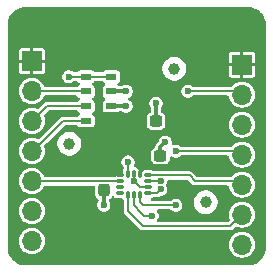
<source format=gbr>
%TF.GenerationSoftware,KiCad,Pcbnew,9.0.1*%
%TF.CreationDate,2025-05-20T23:52:44-04:00*%
%TF.ProjectId,IMU,494d552e-6b69-4636-9164-5f7063625858,rev?*%
%TF.SameCoordinates,Original*%
%TF.FileFunction,Copper,L1,Top*%
%TF.FilePolarity,Positive*%
%FSLAX46Y46*%
G04 Gerber Fmt 4.6, Leading zero omitted, Abs format (unit mm)*
G04 Created by KiCad (PCBNEW 9.0.1) date 2025-05-20 23:52:44*
%MOMM*%
%LPD*%
G01*
G04 APERTURE LIST*
G04 Aperture macros list*
%AMRoundRect*
0 Rectangle with rounded corners*
0 $1 Rounding radius*
0 $2 $3 $4 $5 $6 $7 $8 $9 X,Y pos of 4 corners*
0 Add a 4 corners polygon primitive as box body*
4,1,4,$2,$3,$4,$5,$6,$7,$8,$9,$2,$3,0*
0 Add four circle primitives for the rounded corners*
1,1,$1+$1,$2,$3*
1,1,$1+$1,$4,$5*
1,1,$1+$1,$6,$7*
1,1,$1+$1,$8,$9*
0 Add four rect primitives between the rounded corners*
20,1,$1+$1,$2,$3,$4,$5,0*
20,1,$1+$1,$4,$5,$6,$7,0*
20,1,$1+$1,$6,$7,$8,$9,0*
20,1,$1+$1,$8,$9,$2,$3,0*%
G04 Aperture macros list end*
%TA.AperFunction,SMDPad,CuDef*%
%ADD10RoundRect,0.237500X-0.237500X0.300000X-0.237500X-0.300000X0.237500X-0.300000X0.237500X0.300000X0*%
%TD*%
%TA.AperFunction,SMDPad,CuDef*%
%ADD11C,1.000000*%
%TD*%
%TA.AperFunction,SMDPad,CuDef*%
%ADD12RoundRect,0.087500X0.225000X0.087500X-0.225000X0.087500X-0.225000X-0.087500X0.225000X-0.087500X0*%
%TD*%
%TA.AperFunction,SMDPad,CuDef*%
%ADD13RoundRect,0.087500X0.087500X0.225000X-0.087500X0.225000X-0.087500X-0.225000X0.087500X-0.225000X0*%
%TD*%
%TA.AperFunction,SMDPad,CuDef*%
%ADD14RoundRect,0.237500X-0.300000X-0.237500X0.300000X-0.237500X0.300000X0.237500X-0.300000X0.237500X0*%
%TD*%
%TA.AperFunction,SMDPad,CuDef*%
%ADD15R,0.950000X0.550000*%
%TD*%
%TA.AperFunction,ComponentPad*%
%ADD16R,1.700000X1.700000*%
%TD*%
%TA.AperFunction,ComponentPad*%
%ADD17O,1.700000X1.700000*%
%TD*%
%TA.AperFunction,ViaPad*%
%ADD18C,0.600000*%
%TD*%
%TA.AperFunction,Conductor*%
%ADD19C,0.200000*%
%TD*%
%TA.AperFunction,Conductor*%
%ADD20C,0.355600*%
%TD*%
G04 APERTURE END LIST*
D10*
%TO.P,C2,1*%
%TO.N,+3.3V*%
X130058000Y-100235000D03*
%TO.P,C2,2*%
%TO.N,GNDD*%
X130058000Y-101960000D03*
%TD*%
D11*
%TO.P,FID1,*%
%TO.N,*%
X138694000Y-102976000D03*
%TD*%
%TO.P,FID2,*%
%TO.N,*%
X136027000Y-91673000D03*
%TD*%
D12*
%TO.P,U2,1,SDO/SA0*%
%TO.N,/sensors/imu_miso*%
X133777000Y-102214000D03*
%TO.P,U2,2,SDX*%
%TO.N,GNDD*%
X133777000Y-101714000D03*
%TO.P,U2,3,SCX*%
X133777000Y-101214000D03*
%TO.P,U2,4,INT1*%
%TO.N,/sensors/imu_int1*%
X133777000Y-100714000D03*
D13*
%TO.P,U2,5,VDDIO*%
%TO.N,+3.3V*%
X133114500Y-100551500D03*
%TO.P,U2,6,GND*%
%TO.N,GNDD*%
X132614500Y-100551500D03*
%TO.P,U2,7,GND*%
X132114500Y-100551500D03*
D12*
%TO.P,U2,8,VDD*%
%TO.N,+3.3V*%
X131452000Y-100714000D03*
%TO.P,U2,9,INT2*%
%TO.N,/sensors/imu_int2*%
X131452000Y-101214000D03*
%TO.P,U2,10,NC*%
%TO.N,unconnected-(U2-NC-Pad10)*%
X131452000Y-101714000D03*
%TO.P,U2,11,NC*%
%TO.N,unconnected-(U2-NC-Pad11)*%
X131452000Y-102214000D03*
D13*
%TO.P,U2,12,CS*%
%TO.N,/sensors/imu_cs*%
X132114500Y-102376500D03*
%TO.P,U2,13,SCL*%
%TO.N,/sensors/imu_sclk*%
X132614500Y-102376500D03*
%TO.P,U2,14,SDA*%
%TO.N,/sensors/imu_mosi*%
X133114500Y-102376500D03*
%TD*%
D14*
%TO.P,C3,1*%
%TO.N,+3.3V*%
X133132500Y-99039000D03*
%TO.P,C3,2*%
%TO.N,GNDD*%
X134857500Y-99039000D03*
%TD*%
D11*
%TO.P,FID3,*%
%TO.N,*%
X127137000Y-98023000D03*
%TD*%
D14*
%TO.P,C1,1*%
%TO.N,+3.3V*%
X132751500Y-96118000D03*
%TO.P,C1,2*%
%TO.N,GNDD*%
X134476500Y-96118000D03*
%TD*%
D15*
%TO.P,U1,1,VDD*%
%TO.N,+3.3V*%
X130693000Y-96098000D03*
%TO.P,U1,2,PS*%
%TO.N,GNDD*%
X130693000Y-94848000D03*
%TO.P,U1,3,GND*%
X130693000Y-93598000D03*
%TO.P,U1,4,CSB*%
%TO.N,/sensors/pres_cs*%
X130693000Y-92348000D03*
%TO.P,U1,5,CSB*%
X128543000Y-92348000D03*
%TO.P,U1,6,SDO*%
%TO.N,/sensors/pres_miso*%
X128543000Y-93598000D03*
%TO.P,U1,7,SDI/SDA*%
%TO.N,/sensors/pres_mosi*%
X128543000Y-94848000D03*
%TO.P,U1,8,SCLK*%
%TO.N,/sensors/pres_sclk*%
X128543000Y-96098000D03*
%TD*%
D16*
%TO.P,J2,1,Pin_1*%
%TO.N,+3.3V*%
X123962000Y-91038000D03*
D17*
%TO.P,J2,2,Pin_2*%
%TO.N,/sensors/pres_miso*%
X123962000Y-93578000D03*
%TO.P,J2,3,Pin_3*%
%TO.N,/sensors/pres_mosi*%
X123962000Y-96118000D03*
%TO.P,J2,4,Pin_4*%
%TO.N,/sensors/pres_sclk*%
X123962000Y-98658000D03*
%TO.P,J2,5,Pin_5*%
%TO.N,/sensors/imu_int2*%
X123962000Y-101198000D03*
%TO.P,J2,6,Pin_6*%
%TO.N,/sensors/pres_cs*%
X123962000Y-103738000D03*
%TO.P,J2,7,Pin_7*%
%TO.N,GNDD*%
X123962000Y-106278000D03*
%TD*%
D16*
%TO.P,J1,1,Pin_1*%
%TO.N,+3.3V*%
X141742000Y-91328000D03*
D17*
%TO.P,J1,2,Pin_2*%
%TO.N,/sensors/imu_miso*%
X141742000Y-93868000D03*
%TO.P,J1,3,Pin_3*%
%TO.N,/sensors/imu_mosi*%
X141742000Y-96408000D03*
%TO.P,J1,4,Pin_4*%
%TO.N,/sensors/imu_sclk*%
X141742000Y-98948000D03*
%TO.P,J1,5,Pin_5*%
%TO.N,/sensors/imu_int1*%
X141742000Y-101488000D03*
%TO.P,J1,6,Pin_6*%
%TO.N,/sensors/imu_cs*%
X141742000Y-104028000D03*
%TO.P,J1,7,Pin_7*%
%TO.N,GNDD*%
X141742000Y-106568000D03*
%TD*%
D18*
%TO.N,/sensors/imu_mosi*%
X136154000Y-103230000D03*
%TO.N,GNDD*%
X134884000Y-101198000D03*
%TO.N,/sensors/imu_miso*%
X134884000Y-101874203D03*
%TO.N,GNDD*%
X130058000Y-103230000D03*
X132106500Y-99568000D03*
X131963000Y-94848000D03*
X135265000Y-97896000D03*
X131963000Y-93598000D03*
X134476500Y-94594000D03*
X132614500Y-101219000D03*
%TO.N,/sensors/imu_miso*%
X137170000Y-93578000D03*
%TO.N,/sensors/imu_sclk*%
X136170500Y-98658000D03*
X134138500Y-104140000D03*
%TO.N,/sensors/pres_cs*%
X127097000Y-92348000D03*
%TD*%
D19*
%TO.N,/sensors/imu_mosi*%
X136154000Y-103230000D02*
X133355500Y-103230000D01*
X133355500Y-103230000D02*
X133114500Y-102989000D01*
%TO.N,/sensors/imu_miso*%
X133777000Y-102214000D02*
X134544203Y-102214000D01*
X134544203Y-102214000D02*
X134884000Y-101874203D01*
D20*
%TO.N,GNDD*%
X130058000Y-102021500D02*
X130058000Y-103230000D01*
D19*
%TO.N,+3.3V*%
X130723000Y-96012000D02*
X130693000Y-95982000D01*
X133114500Y-98713500D02*
X133149000Y-98679000D01*
%TO.N,GNDD*%
X132114500Y-100433500D02*
X132114500Y-99576000D01*
X133109500Y-101714000D02*
X132614500Y-101219000D01*
D20*
X130693000Y-93598000D02*
X131914000Y-93598000D01*
D19*
X132114500Y-99576000D02*
X132106500Y-99568000D01*
D20*
X134476500Y-94594000D02*
X134476500Y-96118000D01*
X130693000Y-94848000D02*
X131914000Y-94848000D01*
D19*
X133777000Y-101714000D02*
X133109500Y-101714000D01*
X132614500Y-100433500D02*
X132614500Y-101219000D01*
D20*
X134857500Y-98303500D02*
X135265000Y-97896000D01*
X134857500Y-99039000D02*
X134857500Y-98303500D01*
D19*
%TO.N,/sensors/pres_miso*%
X128543000Y-93598000D02*
X128523000Y-93578000D01*
X123962000Y-93472000D02*
X124216000Y-93472000D01*
X124216000Y-93472000D02*
X124226000Y-93482000D01*
X128523000Y-93578000D02*
X123962000Y-93578000D01*
%TO.N,/sensors/imu_int1*%
X137800500Y-101198000D02*
X137316500Y-100714000D01*
X141752000Y-101198000D02*
X137800500Y-101198000D01*
X137316500Y-100714000D02*
X133777000Y-100714000D01*
%TO.N,/sensors/imu_int2*%
X123966000Y-101096000D02*
X123962000Y-101092000D01*
X123978000Y-101214000D02*
X131452000Y-101214000D01*
X123962000Y-101198000D02*
X123978000Y-101214000D01*
%TO.N,/sensors/imu_miso*%
X137170000Y-93578000D02*
X141752000Y-93578000D01*
%TO.N,/sensors/imu_mosi*%
X133114500Y-102258500D02*
X133114500Y-102989000D01*
%TO.N,/sensors/pres_sclk*%
X124136750Y-98552000D02*
X123962000Y-98552000D01*
X128543000Y-96098000D02*
X126590750Y-96098000D01*
X126590750Y-96098000D02*
X124136750Y-98552000D01*
%TO.N,/sensors/imu_sclk*%
X133503500Y-104140000D02*
X134138500Y-104140000D01*
X132614500Y-103251000D02*
X133249500Y-103886000D01*
X136170500Y-98658000D02*
X141752000Y-98658000D01*
X133249500Y-103886000D02*
X133503500Y-104140000D01*
X132614500Y-102258500D02*
X132614500Y-103251000D01*
%TO.N,/sensors/pres_mosi*%
X125232000Y-94848000D02*
X128543000Y-94848000D01*
X123962000Y-96118000D02*
X125232000Y-94848000D01*
%TO.N,/sensors/imu_cs*%
X132114500Y-103751000D02*
X133371500Y-105008000D01*
X132114500Y-102258500D02*
X132114500Y-103751000D01*
X140762000Y-105008000D02*
X141742000Y-104028000D01*
X132106500Y-103759000D02*
X132114500Y-103751000D01*
X133371500Y-105008000D02*
X140762000Y-105008000D01*
%TO.N,/sensors/pres_cs*%
X130693000Y-92348000D02*
X128898000Y-92348000D01*
X128543000Y-92348000D02*
X127097000Y-92348000D01*
%TO.N,GNDD*%
X134392000Y-101214000D02*
X133777000Y-101214000D01*
X134408000Y-101198000D02*
X134392000Y-101214000D01*
X134884000Y-101198000D02*
X134408000Y-101198000D01*
%TD*%
%TA.AperFunction,Conductor*%
%TO.N,+3.3V*%
G36*
X142286495Y-86458819D02*
G01*
X142486424Y-86473120D01*
X142504216Y-86475679D01*
X142555777Y-86486895D01*
X142695663Y-86517326D01*
X142712902Y-86522388D01*
X142896475Y-86590858D01*
X142912828Y-86598326D01*
X143084786Y-86692223D01*
X143099909Y-86701942D01*
X143256751Y-86819353D01*
X143270338Y-86831126D01*
X143408878Y-86969667D01*
X143420650Y-86983253D01*
X143538059Y-87140094D01*
X143547778Y-87155217D01*
X143641675Y-87327176D01*
X143649142Y-87343524D01*
X143717611Y-87527097D01*
X143722676Y-87544346D01*
X143764323Y-87735796D01*
X143766881Y-87753590D01*
X143776785Y-87892069D01*
X143781190Y-87953647D01*
X143781511Y-87962636D01*
X143781511Y-106813499D01*
X143781190Y-106822487D01*
X143781190Y-106822488D01*
X143766891Y-107022411D01*
X143764333Y-107040205D01*
X143722686Y-107231653D01*
X143717621Y-107248903D01*
X143649152Y-107432475D01*
X143641684Y-107448827D01*
X143547788Y-107620786D01*
X143538070Y-107635907D01*
X143538068Y-107635910D01*
X143420658Y-107792752D01*
X143408886Y-107806338D01*
X143270345Y-107944880D01*
X143256758Y-107956653D01*
X143099914Y-108074065D01*
X143084791Y-108083784D01*
X142912838Y-108177679D01*
X142896485Y-108185148D01*
X142712906Y-108253620D01*
X142695657Y-108258684D01*
X142504218Y-108300330D01*
X142486424Y-108302889D01*
X142307165Y-108315711D01*
X142286648Y-108317179D01*
X142277661Y-108317500D01*
X123426501Y-108317500D01*
X123417512Y-108317179D01*
X123217590Y-108302880D01*
X123199796Y-108300322D01*
X123008348Y-108258675D01*
X122991098Y-108253610D01*
X122807526Y-108185141D01*
X122791174Y-108177673D01*
X122619216Y-108083777D01*
X122604092Y-108074057D01*
X122447247Y-107956644D01*
X122433661Y-107944871D01*
X122295128Y-107806338D01*
X122283355Y-107792752D01*
X122165942Y-107635907D01*
X122156222Y-107620783D01*
X122062326Y-107448825D01*
X122054858Y-107432473D01*
X122046649Y-107410465D01*
X121986388Y-107248899D01*
X121981324Y-107231651D01*
X121957137Y-107120463D01*
X121939675Y-107040193D01*
X121937120Y-107022419D01*
X121922821Y-106822487D01*
X121922500Y-106813499D01*
X121922500Y-106191074D01*
X122857500Y-106191074D01*
X122857500Y-106364926D01*
X122875897Y-106481077D01*
X122884698Y-106536642D01*
X122923129Y-106654922D01*
X122938420Y-106701981D01*
X123001936Y-106826638D01*
X123017349Y-106856887D01*
X123119536Y-106997535D01*
X123242464Y-107120463D01*
X123334859Y-107187592D01*
X123383116Y-107222653D01*
X123538019Y-107301580D01*
X123703362Y-107355303D01*
X123875074Y-107382500D01*
X123875077Y-107382500D01*
X124048923Y-107382500D01*
X124048926Y-107382500D01*
X124220638Y-107355303D01*
X124385981Y-107301580D01*
X124540884Y-107222653D01*
X124681533Y-107120465D01*
X124804465Y-106997533D01*
X124906653Y-106856884D01*
X124985580Y-106701981D01*
X125039303Y-106536638D01*
X125048104Y-106481074D01*
X140637500Y-106481074D01*
X140637500Y-106654926D01*
X140664697Y-106826638D01*
X140718420Y-106991981D01*
X140783885Y-107120463D01*
X140797349Y-107146887D01*
X140899536Y-107287535D01*
X141022464Y-107410463D01*
X141064380Y-107440917D01*
X141163116Y-107512653D01*
X141318019Y-107591580D01*
X141483362Y-107645303D01*
X141655074Y-107672500D01*
X141655077Y-107672500D01*
X141828923Y-107672500D01*
X141828926Y-107672500D01*
X142000638Y-107645303D01*
X142165981Y-107591580D01*
X142320884Y-107512653D01*
X142461533Y-107410465D01*
X142584465Y-107287533D01*
X142686653Y-107146884D01*
X142765580Y-106991981D01*
X142819303Y-106826638D01*
X142846500Y-106654926D01*
X142846500Y-106481074D01*
X142819303Y-106309362D01*
X142765580Y-106144019D01*
X142686653Y-105989116D01*
X142588499Y-105854019D01*
X142584463Y-105848464D01*
X142461535Y-105725536D01*
X142320887Y-105623349D01*
X142320886Y-105623348D01*
X142320884Y-105623347D01*
X142165981Y-105544420D01*
X142165978Y-105544419D01*
X142165976Y-105544418D01*
X142000642Y-105490698D01*
X142000640Y-105490697D01*
X142000638Y-105490697D01*
X141828926Y-105463500D01*
X141655074Y-105463500D01*
X141483362Y-105490697D01*
X141483360Y-105490697D01*
X141483357Y-105490698D01*
X141318023Y-105544418D01*
X141318017Y-105544421D01*
X141163112Y-105623349D01*
X141022464Y-105725536D01*
X140899536Y-105848464D01*
X140797349Y-105989112D01*
X140718421Y-106144017D01*
X140718418Y-106144023D01*
X140664698Y-106309357D01*
X140664697Y-106309360D01*
X140664697Y-106309362D01*
X140637500Y-106481074D01*
X125048104Y-106481074D01*
X125066500Y-106364926D01*
X125066500Y-106191074D01*
X125039303Y-106019362D01*
X124985580Y-105854019D01*
X124906653Y-105699116D01*
X124804465Y-105558467D01*
X124804463Y-105558464D01*
X124681535Y-105435536D01*
X124540887Y-105333349D01*
X124540886Y-105333348D01*
X124540884Y-105333347D01*
X124385981Y-105254420D01*
X124385978Y-105254419D01*
X124385976Y-105254418D01*
X124220642Y-105200698D01*
X124220640Y-105200697D01*
X124220638Y-105200697D01*
X124048926Y-105173500D01*
X123875074Y-105173500D01*
X123703362Y-105200697D01*
X123703360Y-105200697D01*
X123703357Y-105200698D01*
X123538023Y-105254418D01*
X123538017Y-105254421D01*
X123383112Y-105333349D01*
X123242464Y-105435536D01*
X123119536Y-105558464D01*
X123017349Y-105699112D01*
X122938421Y-105854017D01*
X122938418Y-105854023D01*
X122884698Y-106019357D01*
X122884697Y-106019360D01*
X122884697Y-106019362D01*
X122857500Y-106191074D01*
X121922500Y-106191074D01*
X121922500Y-103651074D01*
X122857500Y-103651074D01*
X122857500Y-103824926D01*
X122881534Y-103976668D01*
X122884698Y-103996642D01*
X122923129Y-104114922D01*
X122938420Y-104161981D01*
X122938421Y-104161982D01*
X123017349Y-104316887D01*
X123119536Y-104457535D01*
X123242464Y-104580463D01*
X123292193Y-104616593D01*
X123383116Y-104682653D01*
X123538019Y-104761580D01*
X123703362Y-104815303D01*
X123875074Y-104842500D01*
X123875077Y-104842500D01*
X124048923Y-104842500D01*
X124048926Y-104842500D01*
X124220638Y-104815303D01*
X124385981Y-104761580D01*
X124540884Y-104682653D01*
X124681533Y-104580465D01*
X124804465Y-104457533D01*
X124906653Y-104316884D01*
X124985580Y-104161981D01*
X125039303Y-103996638D01*
X125066500Y-103824926D01*
X125066500Y-103651074D01*
X125039303Y-103479362D01*
X124985580Y-103314019D01*
X124906653Y-103159116D01*
X124804465Y-103018467D01*
X124804463Y-103018464D01*
X124681535Y-102895536D01*
X124540887Y-102793349D01*
X124540886Y-102793348D01*
X124540884Y-102793347D01*
X124385981Y-102714420D01*
X124385978Y-102714419D01*
X124385976Y-102714418D01*
X124220642Y-102660698D01*
X124220640Y-102660697D01*
X124220638Y-102660697D01*
X124048926Y-102633500D01*
X123875074Y-102633500D01*
X123703362Y-102660697D01*
X123703360Y-102660697D01*
X123703357Y-102660698D01*
X123538023Y-102714418D01*
X123538017Y-102714421D01*
X123383112Y-102793349D01*
X123242464Y-102895536D01*
X123119536Y-103018464D01*
X123017349Y-103159112D01*
X122938421Y-103314017D01*
X122938418Y-103314023D01*
X122884698Y-103479357D01*
X122884697Y-103479360D01*
X122884697Y-103479362D01*
X122857500Y-103651074D01*
X121922500Y-103651074D01*
X121922500Y-101111074D01*
X122857500Y-101111074D01*
X122857500Y-101284926D01*
X122878208Y-101415668D01*
X122884698Y-101456642D01*
X122935483Y-101612944D01*
X122938420Y-101621981D01*
X123015623Y-101773500D01*
X123017349Y-101776887D01*
X123119536Y-101917535D01*
X123242464Y-102040463D01*
X123305724Y-102086424D01*
X123383116Y-102142653D01*
X123538019Y-102221580D01*
X123703362Y-102275303D01*
X123875074Y-102302500D01*
X123875077Y-102302500D01*
X124048923Y-102302500D01*
X124048926Y-102302500D01*
X124220638Y-102275303D01*
X124385981Y-102221580D01*
X124540884Y-102142653D01*
X124681533Y-102040465D01*
X124804465Y-101917533D01*
X124906653Y-101776884D01*
X124977776Y-101637296D01*
X125026525Y-101585682D01*
X125090043Y-101568500D01*
X129202500Y-101568500D01*
X129270621Y-101588502D01*
X129317114Y-101642158D01*
X129328500Y-101694500D01*
X129328500Y-102307048D01*
X129328502Y-102307072D01*
X129334798Y-102365651D01*
X129334799Y-102365656D01*
X129334800Y-102365657D01*
X129384242Y-102498215D01*
X129384243Y-102498216D01*
X129384244Y-102498219D01*
X129454822Y-102592500D01*
X129469026Y-102611474D01*
X129566129Y-102684164D01*
X129575208Y-102690960D01*
X129577990Y-102694677D01*
X129582212Y-102696605D01*
X129599067Y-102722833D01*
X129617755Y-102747796D01*
X129618787Y-102753516D01*
X129620596Y-102756331D01*
X129625700Y-102791829D01*
X129625700Y-102836002D01*
X129608819Y-102899002D01*
X129541289Y-103015966D01*
X129523235Y-103083347D01*
X129503500Y-103156999D01*
X129503500Y-103303001D01*
X129536824Y-103427372D01*
X129541289Y-103444033D01*
X129614286Y-103570467D01*
X129614294Y-103570477D01*
X129717522Y-103673705D01*
X129717527Y-103673709D01*
X129717529Y-103673711D01*
X129717530Y-103673712D01*
X129717532Y-103673713D01*
X129843966Y-103746710D01*
X129843968Y-103746710D01*
X129843971Y-103746712D01*
X129984999Y-103784500D01*
X129985001Y-103784500D01*
X130130999Y-103784500D01*
X130131001Y-103784500D01*
X130272029Y-103746712D01*
X130272032Y-103746710D01*
X130272033Y-103746710D01*
X130355549Y-103698492D01*
X130398471Y-103673711D01*
X130501711Y-103570471D01*
X130554313Y-103479362D01*
X130574710Y-103444033D01*
X130574710Y-103444032D01*
X130574712Y-103444029D01*
X130612500Y-103303001D01*
X130612500Y-103156999D01*
X130574712Y-103015971D01*
X130574710Y-103015968D01*
X130574710Y-103015966D01*
X130507181Y-102899002D01*
X130502963Y-102883262D01*
X130495404Y-102871500D01*
X130490300Y-102836002D01*
X130490300Y-102791829D01*
X130510302Y-102723708D01*
X130540792Y-102690960D01*
X130549869Y-102684165D01*
X130646974Y-102611474D01*
X130731758Y-102498215D01*
X130731758Y-102498213D01*
X130735489Y-102493230D01*
X130792325Y-102450683D01*
X130863140Y-102445617D01*
X130925453Y-102479642D01*
X130939568Y-102496463D01*
X130942528Y-102500690D01*
X131027809Y-102585971D01*
X131027810Y-102585971D01*
X131027811Y-102585972D01*
X131137118Y-102636943D01*
X131186924Y-102643500D01*
X131588958Y-102643500D01*
X131605699Y-102648415D01*
X131623146Y-102648227D01*
X131639055Y-102658209D01*
X131657079Y-102663502D01*
X131668784Y-102676863D01*
X131683284Y-102685962D01*
X131702752Y-102715639D01*
X131702999Y-102715921D01*
X131703104Y-102716146D01*
X131742528Y-102800689D01*
X131743089Y-102801250D01*
X131748041Y-102811790D01*
X131751879Y-102836580D01*
X131759900Y-102860349D01*
X131760000Y-102865369D01*
X131760000Y-103665883D01*
X131755707Y-103698492D01*
X131752000Y-103712325D01*
X131752000Y-103805674D01*
X131776159Y-103895833D01*
X131822826Y-103976664D01*
X131822834Y-103976674D01*
X131888827Y-104042667D01*
X131888830Y-104042669D01*
X131888832Y-104042671D01*
X131898921Y-104048495D01*
X131912322Y-104056233D01*
X131938419Y-104076258D01*
X133083418Y-105221256D01*
X133083439Y-105221279D01*
X133153825Y-105291665D01*
X133153830Y-105291669D01*
X133153832Y-105291671D01*
X133234668Y-105338341D01*
X133324829Y-105362500D01*
X140808671Y-105362500D01*
X140898832Y-105338341D01*
X140979668Y-105291671D01*
X141189259Y-105082078D01*
X141251569Y-105048055D01*
X141317290Y-105051342D01*
X141318012Y-105051576D01*
X141318019Y-105051580D01*
X141483362Y-105105303D01*
X141655074Y-105132500D01*
X141655077Y-105132500D01*
X141828923Y-105132500D01*
X141828926Y-105132500D01*
X142000638Y-105105303D01*
X142165981Y-105051580D01*
X142320884Y-104972653D01*
X142461533Y-104870465D01*
X142584465Y-104747533D01*
X142686653Y-104606884D01*
X142765580Y-104451981D01*
X142819303Y-104286638D01*
X142846500Y-104114926D01*
X142846500Y-103941074D01*
X142819303Y-103769362D01*
X142765580Y-103604019D01*
X142686653Y-103449116D01*
X142588499Y-103314019D01*
X142584463Y-103308464D01*
X142461535Y-103185536D01*
X142320887Y-103083349D01*
X142320886Y-103083348D01*
X142320884Y-103083347D01*
X142165981Y-103004420D01*
X142165978Y-103004419D01*
X142165976Y-103004418D01*
X142000642Y-102950698D01*
X142000640Y-102950697D01*
X142000638Y-102950697D01*
X141828926Y-102923500D01*
X141655074Y-102923500D01*
X141483362Y-102950697D01*
X141483360Y-102950697D01*
X141483357Y-102950698D01*
X141318023Y-103004418D01*
X141318017Y-103004421D01*
X141163112Y-103083349D01*
X141022464Y-103185536D01*
X140899536Y-103308464D01*
X140797349Y-103449112D01*
X140718421Y-103604017D01*
X140718418Y-103604023D01*
X140664698Y-103769357D01*
X140664697Y-103769360D01*
X140664697Y-103769362D01*
X140637500Y-103941074D01*
X140637500Y-104114926D01*
X140653034Y-104212999D01*
X140664698Y-104286642D01*
X140718656Y-104452709D01*
X140719097Y-104468164D01*
X140724502Y-104482653D01*
X140720090Y-104502934D01*
X140720683Y-104523677D01*
X140712465Y-104537989D01*
X140709412Y-104552027D01*
X140687921Y-104580738D01*
X140652068Y-104616593D01*
X140589757Y-104650620D01*
X140562970Y-104653500D01*
X134700551Y-104653500D01*
X134632430Y-104633498D01*
X134585937Y-104579842D01*
X134575833Y-104509568D01*
X134591432Y-104464500D01*
X134655210Y-104354033D01*
X134655210Y-104354032D01*
X134655212Y-104354029D01*
X134693000Y-104213001D01*
X134693000Y-104066999D01*
X134655212Y-103925971D01*
X134655210Y-103925968D01*
X134655210Y-103925966D01*
X134582213Y-103799532D01*
X134577183Y-103792977D01*
X134578226Y-103792176D01*
X134548252Y-103737283D01*
X134553317Y-103666468D01*
X134595864Y-103609632D01*
X134662384Y-103584821D01*
X134671373Y-103584500D01*
X135672128Y-103584500D01*
X135740249Y-103604502D01*
X135761218Y-103621400D01*
X135813529Y-103673711D01*
X135813530Y-103673712D01*
X135813532Y-103673713D01*
X135939966Y-103746710D01*
X135939968Y-103746710D01*
X135939971Y-103746712D01*
X136080999Y-103784500D01*
X136081001Y-103784500D01*
X136226999Y-103784500D01*
X136227001Y-103784500D01*
X136368029Y-103746712D01*
X136368032Y-103746710D01*
X136368033Y-103746710D01*
X136451549Y-103698492D01*
X136494471Y-103673711D01*
X136597711Y-103570471D01*
X136650313Y-103479362D01*
X136670710Y-103444033D01*
X136670710Y-103444032D01*
X136670712Y-103444029D01*
X136708500Y-103303001D01*
X136708500Y-103156999D01*
X136670712Y-103015971D01*
X136670710Y-103015968D01*
X136670710Y-103015966D01*
X136623542Y-102934269D01*
X136597713Y-102889532D01*
X136597705Y-102889522D01*
X136585638Y-102877455D01*
X137693500Y-102877455D01*
X137693500Y-103074544D01*
X137731949Y-103267835D01*
X137731950Y-103267838D01*
X137804930Y-103444029D01*
X137807368Y-103449914D01*
X137916861Y-103613782D01*
X138056218Y-103753139D01*
X138220086Y-103862632D01*
X138402165Y-103938051D01*
X138595459Y-103976500D01*
X138792541Y-103976500D01*
X138985835Y-103938051D01*
X139167914Y-103862632D01*
X139331782Y-103753139D01*
X139471139Y-103613782D01*
X139580632Y-103449914D01*
X139656051Y-103267835D01*
X139694500Y-103074541D01*
X139694500Y-102877459D01*
X139656051Y-102684165D01*
X139580632Y-102502086D01*
X139471139Y-102338218D01*
X139331782Y-102198861D01*
X139167914Y-102089368D01*
X139165171Y-102088232D01*
X138985838Y-102013950D01*
X138985835Y-102013949D01*
X138792544Y-101975500D01*
X138792541Y-101975500D01*
X138595459Y-101975500D01*
X138595455Y-101975500D01*
X138402164Y-102013949D01*
X138402161Y-102013950D01*
X138220085Y-102089368D01*
X138056222Y-102198858D01*
X138056215Y-102198863D01*
X137916863Y-102338215D01*
X137916858Y-102338222D01*
X137807368Y-102502085D01*
X137731950Y-102684161D01*
X137731949Y-102684164D01*
X137693500Y-102877455D01*
X136585638Y-102877455D01*
X136494477Y-102786294D01*
X136494467Y-102786286D01*
X136368033Y-102713289D01*
X136351372Y-102708824D01*
X136227001Y-102675500D01*
X136080999Y-102675500D01*
X135994686Y-102698627D01*
X135939966Y-102713289D01*
X135813532Y-102786286D01*
X135813527Y-102786290D01*
X135799129Y-102800689D01*
X135761221Y-102838596D01*
X135698912Y-102872620D01*
X135672128Y-102875500D01*
X134148644Y-102875500D01*
X134140442Y-102873091D01*
X134131997Y-102874395D01*
X134106891Y-102863240D01*
X134080523Y-102855498D01*
X134074925Y-102849037D01*
X134067116Y-102845568D01*
X134052026Y-102822611D01*
X134034030Y-102801842D01*
X134032813Y-102793380D01*
X134028120Y-102786240D01*
X134027837Y-102758770D01*
X134023926Y-102731568D01*
X134027476Y-102723792D01*
X134027389Y-102715248D01*
X134042005Y-102691981D01*
X134053420Y-102666988D01*
X134061590Y-102660805D01*
X134065156Y-102655130D01*
X134094626Y-102635808D01*
X134095125Y-102635431D01*
X134095210Y-102635390D01*
X134201189Y-102585972D01*
X134201761Y-102585399D01*
X134212351Y-102580431D01*
X134237129Y-102576607D01*
X134260891Y-102568598D01*
X134265870Y-102568500D01*
X134590874Y-102568500D01*
X134681035Y-102544341D01*
X134761871Y-102497671D01*
X134793934Y-102465607D01*
X134856244Y-102431583D01*
X134883029Y-102428703D01*
X134956999Y-102428703D01*
X134957001Y-102428703D01*
X135098029Y-102390915D01*
X135098032Y-102390913D01*
X135098033Y-102390913D01*
X135202735Y-102330463D01*
X135224471Y-102317914D01*
X135327711Y-102214674D01*
X135400712Y-102088232D01*
X135438500Y-101947204D01*
X135438500Y-101801202D01*
X135400712Y-101660174D01*
X135400710Y-101660171D01*
X135400710Y-101660169D01*
X135365452Y-101599100D01*
X135348714Y-101530104D01*
X135365450Y-101473103D01*
X135400712Y-101412029D01*
X135438500Y-101271001D01*
X135438500Y-101194500D01*
X135458502Y-101126379D01*
X135512158Y-101079886D01*
X135564500Y-101068500D01*
X137117470Y-101068500D01*
X137185591Y-101088502D01*
X137206565Y-101105404D01*
X137512423Y-101411261D01*
X137512444Y-101411284D01*
X137582825Y-101481665D01*
X137582830Y-101481669D01*
X137582832Y-101481671D01*
X137663668Y-101528341D01*
X137753829Y-101552500D01*
X140526334Y-101552500D01*
X140594455Y-101572502D01*
X140640948Y-101626158D01*
X140650782Y-101658785D01*
X140664697Y-101746638D01*
X140664698Y-101746643D01*
X140711727Y-101891382D01*
X140718420Y-101911981D01*
X140770376Y-102013950D01*
X140797349Y-102066887D01*
X140899536Y-102207535D01*
X141022464Y-102330463D01*
X141037760Y-102341576D01*
X141163116Y-102432653D01*
X141318019Y-102511580D01*
X141483362Y-102565303D01*
X141655074Y-102592500D01*
X141655077Y-102592500D01*
X141828923Y-102592500D01*
X141828926Y-102592500D01*
X142000638Y-102565303D01*
X142165981Y-102511580D01*
X142320884Y-102432653D01*
X142461533Y-102330465D01*
X142584465Y-102207533D01*
X142686653Y-102066884D01*
X142765580Y-101911981D01*
X142819303Y-101746638D01*
X142846500Y-101574926D01*
X142846500Y-101401074D01*
X142819303Y-101229362D01*
X142765580Y-101064019D01*
X142686653Y-100909116D01*
X142638757Y-100843193D01*
X142584463Y-100768464D01*
X142461535Y-100645536D01*
X142320887Y-100543349D01*
X142320886Y-100543348D01*
X142320884Y-100543347D01*
X142165981Y-100464420D01*
X142165978Y-100464419D01*
X142165976Y-100464418D01*
X142000642Y-100410698D01*
X142000640Y-100410697D01*
X142000638Y-100410697D01*
X141828926Y-100383500D01*
X141655074Y-100383500D01*
X141483362Y-100410697D01*
X141483360Y-100410697D01*
X141483357Y-100410698D01*
X141318023Y-100464418D01*
X141318017Y-100464421D01*
X141163112Y-100543349D01*
X141022464Y-100645536D01*
X140899539Y-100768461D01*
X140899534Y-100768467D01*
X140882755Y-100791562D01*
X140826533Y-100834915D01*
X140780820Y-100843500D01*
X137999529Y-100843500D01*
X137931408Y-100823498D01*
X137910433Y-100806595D01*
X137722954Y-100619116D01*
X137534168Y-100430329D01*
X137534166Y-100430328D01*
X137534164Y-100430326D01*
X137453333Y-100383659D01*
X137363174Y-100359500D01*
X137363171Y-100359500D01*
X134265870Y-100359500D01*
X134212511Y-100343832D01*
X134211180Y-100346687D01*
X134091880Y-100291056D01*
X134042080Y-100284500D01*
X134042076Y-100284500D01*
X133511924Y-100284500D01*
X133511919Y-100284500D01*
X133462119Y-100291056D01*
X133352809Y-100342028D01*
X133352808Y-100342029D01*
X133259733Y-100435105D01*
X133256878Y-100432250D01*
X133217746Y-100463524D01*
X133147126Y-100470827D01*
X133083769Y-100438791D01*
X133047789Y-100377587D01*
X133044000Y-100346921D01*
X133044000Y-100286431D01*
X133044000Y-100286424D01*
X133037443Y-100236618D01*
X132986472Y-100127311D01*
X132986471Y-100127310D01*
X132986471Y-100127309D01*
X132901190Y-100042028D01*
X132791880Y-99991056D01*
X132742080Y-99984500D01*
X132742076Y-99984500D01*
X132724554Y-99984500D01*
X132656433Y-99964498D01*
X132609940Y-99910842D01*
X132599836Y-99840568D01*
X132615435Y-99795499D01*
X132618341Y-99790465D01*
X132623212Y-99782029D01*
X132661000Y-99641001D01*
X132661000Y-99494999D01*
X132623212Y-99353971D01*
X132623210Y-99353968D01*
X132623210Y-99353966D01*
X132550213Y-99227532D01*
X132550205Y-99227522D01*
X132446977Y-99124294D01*
X132446967Y-99124286D01*
X132320533Y-99051289D01*
X132303872Y-99046824D01*
X132179501Y-99013500D01*
X132033499Y-99013500D01*
X131947186Y-99036627D01*
X131892466Y-99051289D01*
X131766032Y-99124286D01*
X131766022Y-99124294D01*
X131662794Y-99227522D01*
X131662786Y-99227532D01*
X131589789Y-99353966D01*
X131582235Y-99382160D01*
X131552000Y-99494999D01*
X131552000Y-99641001D01*
X131577268Y-99735303D01*
X131589789Y-99782033D01*
X131662786Y-99908467D01*
X131662788Y-99908470D01*
X131662789Y-99908471D01*
X131723096Y-99968778D01*
X131738040Y-99996146D01*
X131754896Y-100022374D01*
X131755801Y-100028673D01*
X131757120Y-100031088D01*
X131760000Y-100057872D01*
X131760000Y-100062630D01*
X131744332Y-100115988D01*
X131747187Y-100117320D01*
X131691556Y-100236619D01*
X131685000Y-100286419D01*
X131685000Y-100658500D01*
X131664998Y-100726621D01*
X131611342Y-100773114D01*
X131559000Y-100784500D01*
X131186919Y-100784500D01*
X131137119Y-100791056D01*
X131017820Y-100846687D01*
X131016191Y-100843193D01*
X130968109Y-100859402D01*
X130963130Y-100859500D01*
X125104898Y-100859500D01*
X125036777Y-100839498D01*
X124990284Y-100785842D01*
X124987286Y-100778139D01*
X124985584Y-100774032D01*
X124985580Y-100774019D01*
X124906653Y-100619116D01*
X124804465Y-100478467D01*
X124804463Y-100478464D01*
X124681535Y-100355536D01*
X124540887Y-100253349D01*
X124540886Y-100253348D01*
X124540884Y-100253347D01*
X124385981Y-100174420D01*
X124385978Y-100174419D01*
X124385976Y-100174418D01*
X124220642Y-100120698D01*
X124220640Y-100120697D01*
X124220638Y-100120697D01*
X124048926Y-100093500D01*
X123875074Y-100093500D01*
X123703362Y-100120697D01*
X123703360Y-100120697D01*
X123703357Y-100120698D01*
X123538023Y-100174418D01*
X123538017Y-100174421D01*
X123383112Y-100253349D01*
X123242464Y-100355536D01*
X123119536Y-100478464D01*
X123017349Y-100619112D01*
X122938421Y-100774017D01*
X122938418Y-100774023D01*
X122884698Y-100939357D01*
X122884697Y-100939360D01*
X122884697Y-100939362D01*
X122857500Y-101111074D01*
X121922500Y-101111074D01*
X121922500Y-93491074D01*
X122857500Y-93491074D01*
X122857500Y-93664926D01*
X122880800Y-93812033D01*
X122884698Y-93836642D01*
X122938197Y-94001297D01*
X122938420Y-94001981D01*
X123015615Y-94153484D01*
X123017349Y-94156887D01*
X123119536Y-94297535D01*
X123242464Y-94420463D01*
X123315734Y-94473697D01*
X123383116Y-94522653D01*
X123538019Y-94601580D01*
X123703362Y-94655303D01*
X123875074Y-94682500D01*
X123875077Y-94682500D01*
X124048923Y-94682500D01*
X124048926Y-94682500D01*
X124220638Y-94655303D01*
X124385981Y-94601580D01*
X124540884Y-94522653D01*
X124681533Y-94420465D01*
X124804465Y-94297533D01*
X124906653Y-94156884D01*
X124985580Y-94001981D01*
X124985582Y-94001976D01*
X124985928Y-94001297D01*
X125034676Y-93949682D01*
X125098195Y-93932500D01*
X127734324Y-93932500D01*
X127802445Y-93952502D01*
X127821252Y-93967289D01*
X127831343Y-93976906D01*
X127884516Y-94056484D01*
X127968699Y-94112734D01*
X127975225Y-94114032D01*
X127993857Y-94131789D01*
X128006390Y-94153484D01*
X128022459Y-94172713D01*
X128023837Y-94183687D01*
X128029370Y-94193265D01*
X128028183Y-94218295D01*
X128031306Y-94243156D01*
X128026532Y-94253132D01*
X128026009Y-94264182D01*
X128011479Y-94284596D01*
X128000665Y-94307200D01*
X127986906Y-94319121D01*
X127984841Y-94322024D01*
X127982453Y-94322980D01*
X127976932Y-94327765D01*
X127884515Y-94389516D01*
X127867020Y-94415700D01*
X127852451Y-94437503D01*
X127797976Y-94483030D01*
X127747688Y-94493500D01*
X125185325Y-94493500D01*
X125095166Y-94517659D01*
X125014335Y-94564326D01*
X125014329Y-94564331D01*
X124514740Y-95063919D01*
X124452428Y-95097944D01*
X124386709Y-95094656D01*
X124220642Y-95040698D01*
X124220640Y-95040697D01*
X124220638Y-95040697D01*
X124048926Y-95013500D01*
X123875074Y-95013500D01*
X123703362Y-95040697D01*
X123703360Y-95040697D01*
X123703357Y-95040698D01*
X123538023Y-95094418D01*
X123538017Y-95094421D01*
X123383112Y-95173349D01*
X123242464Y-95275536D01*
X123119536Y-95398464D01*
X123017349Y-95539112D01*
X122938421Y-95694017D01*
X122938418Y-95694023D01*
X122884698Y-95859357D01*
X122884698Y-95859359D01*
X122884697Y-95859362D01*
X122857500Y-96031074D01*
X122857500Y-96204926D01*
X122875897Y-96321077D01*
X122884698Y-96376642D01*
X122923129Y-96494922D01*
X122938420Y-96541981D01*
X123001936Y-96666638D01*
X123017349Y-96696887D01*
X123119536Y-96837535D01*
X123242464Y-96960463D01*
X123327850Y-97022500D01*
X123383116Y-97062653D01*
X123538019Y-97141580D01*
X123703362Y-97195303D01*
X123875074Y-97222500D01*
X123875077Y-97222500D01*
X124048923Y-97222500D01*
X124048926Y-97222500D01*
X124220638Y-97195303D01*
X124385981Y-97141580D01*
X124540884Y-97062653D01*
X124681533Y-96960465D01*
X124804465Y-96837533D01*
X124906653Y-96696884D01*
X124985580Y-96541981D01*
X125039303Y-96376638D01*
X125066500Y-96204926D01*
X125066500Y-96031074D01*
X125039303Y-95859362D01*
X124985580Y-95694019D01*
X124985576Y-95694012D01*
X124985342Y-95693290D01*
X124983314Y-95622322D01*
X125016078Y-95565259D01*
X125341935Y-95239404D01*
X125404247Y-95205379D01*
X125431030Y-95202500D01*
X127747687Y-95202500D01*
X127815808Y-95222502D01*
X127832359Y-95235190D01*
X127843838Y-95245607D01*
X127884516Y-95306484D01*
X127968699Y-95362734D01*
X127974098Y-95363808D01*
X127991601Y-95379690D01*
X128005437Y-95402344D01*
X128022459Y-95422713D01*
X128023645Y-95432157D01*
X128028606Y-95440280D01*
X128027998Y-95466817D01*
X128031306Y-95493156D01*
X128027197Y-95501742D01*
X128026980Y-95511258D01*
X128012122Y-95533253D01*
X128000665Y-95557200D01*
X127989283Y-95567062D01*
X127987239Y-95570089D01*
X127984368Y-95571321D01*
X127976932Y-95577765D01*
X127884515Y-95639516D01*
X127864835Y-95668969D01*
X127852451Y-95687503D01*
X127797976Y-95733030D01*
X127747688Y-95743500D01*
X126544075Y-95743500D01*
X126453916Y-95767659D01*
X126373085Y-95814326D01*
X126373075Y-95814334D01*
X124561349Y-97626060D01*
X124499037Y-97660086D01*
X124428221Y-97655021D01*
X124415052Y-97649232D01*
X124385988Y-97634423D01*
X124385976Y-97634418D01*
X124220642Y-97580698D01*
X124220640Y-97580697D01*
X124220638Y-97580697D01*
X124048926Y-97553500D01*
X123875074Y-97553500D01*
X123703362Y-97580697D01*
X123703360Y-97580697D01*
X123703357Y-97580698D01*
X123538023Y-97634418D01*
X123538017Y-97634421D01*
X123383112Y-97713349D01*
X123242464Y-97815536D01*
X123119536Y-97938464D01*
X123017349Y-98079112D01*
X122938421Y-98234017D01*
X122938418Y-98234023D01*
X122884698Y-98399357D01*
X122884698Y-98399359D01*
X122884697Y-98399362D01*
X122857500Y-98571074D01*
X122857500Y-98744926D01*
X122884697Y-98916638D01*
X122884698Y-98916642D01*
X122928447Y-99051289D01*
X122938420Y-99081981D01*
X123012582Y-99227532D01*
X123017349Y-99236887D01*
X123119536Y-99377535D01*
X123242464Y-99500463D01*
X123334859Y-99567592D01*
X123383116Y-99602653D01*
X123538019Y-99681580D01*
X123703362Y-99735303D01*
X123875074Y-99762500D01*
X123875077Y-99762500D01*
X124048923Y-99762500D01*
X124048926Y-99762500D01*
X124220638Y-99735303D01*
X124385981Y-99681580D01*
X124540884Y-99602653D01*
X124681533Y-99500465D01*
X124804465Y-99377533D01*
X124906653Y-99236884D01*
X124985580Y-99081981D01*
X125039303Y-98916638D01*
X125066500Y-98744926D01*
X125066500Y-98571074D01*
X125039303Y-98399362D01*
X125002201Y-98285176D01*
X125000174Y-98214211D01*
X125032938Y-98157149D01*
X125265632Y-97924455D01*
X126136500Y-97924455D01*
X126136500Y-98121544D01*
X126174949Y-98314835D01*
X126174950Y-98314838D01*
X126250368Y-98496914D01*
X126359861Y-98660782D01*
X126499218Y-98800139D01*
X126663086Y-98909632D01*
X126845165Y-98985051D01*
X127038459Y-99023500D01*
X127235541Y-99023500D01*
X127428835Y-98985051D01*
X127610914Y-98909632D01*
X127774782Y-98800139D01*
X127820490Y-98754431D01*
X134065500Y-98754431D01*
X134065500Y-99323548D01*
X134065502Y-99323572D01*
X134071798Y-99382151D01*
X134071799Y-99382156D01*
X134071800Y-99382157D01*
X134121242Y-99514715D01*
X134121243Y-99514716D01*
X134121244Y-99514719D01*
X134206025Y-99627974D01*
X134319281Y-99712755D01*
X134319285Y-99712758D01*
X134451839Y-99762199D01*
X134451847Y-99762201D01*
X134481143Y-99765350D01*
X134510443Y-99768500D01*
X135204556Y-99768499D01*
X135230408Y-99765720D01*
X135263151Y-99762201D01*
X135263152Y-99762200D01*
X135263157Y-99762200D01*
X135395715Y-99712758D01*
X135508974Y-99627974D01*
X135593758Y-99514715D01*
X135643200Y-99382157D01*
X135643698Y-99377533D01*
X135649499Y-99323568D01*
X135649499Y-99323566D01*
X135649500Y-99323557D01*
X135649499Y-99215718D01*
X135669500Y-99147600D01*
X135723156Y-99101107D01*
X135793430Y-99091002D01*
X135838499Y-99106601D01*
X135956466Y-99174710D01*
X135956468Y-99174710D01*
X135956471Y-99174712D01*
X136097499Y-99212500D01*
X136097501Y-99212500D01*
X136243499Y-99212500D01*
X136243501Y-99212500D01*
X136384529Y-99174712D01*
X136384532Y-99174710D01*
X136384533Y-99174710D01*
X136471856Y-99124294D01*
X136510971Y-99101711D01*
X136563278Y-99049403D01*
X136625588Y-99015380D01*
X136652372Y-99012500D01*
X140526334Y-99012500D01*
X140594455Y-99032502D01*
X140640948Y-99086158D01*
X140650782Y-99118785D01*
X140664697Y-99206638D01*
X140664698Y-99206643D01*
X140712568Y-99353971D01*
X140718420Y-99371981D01*
X140791149Y-99514719D01*
X140797349Y-99526887D01*
X140899536Y-99667535D01*
X141022464Y-99790463D01*
X141114859Y-99857592D01*
X141163116Y-99892653D01*
X141318019Y-99971580D01*
X141483362Y-100025303D01*
X141655074Y-100052500D01*
X141655077Y-100052500D01*
X141828923Y-100052500D01*
X141828926Y-100052500D01*
X142000638Y-100025303D01*
X142165981Y-99971580D01*
X142320884Y-99892653D01*
X142461533Y-99790465D01*
X142584465Y-99667533D01*
X142686653Y-99526884D01*
X142765580Y-99371981D01*
X142819303Y-99206638D01*
X142846500Y-99034926D01*
X142846500Y-98861074D01*
X142819303Y-98689362D01*
X142765580Y-98524019D01*
X142686653Y-98369116D01*
X142588499Y-98234019D01*
X142584463Y-98228464D01*
X142461535Y-98105536D01*
X142320887Y-98003349D01*
X142320886Y-98003348D01*
X142320884Y-98003347D01*
X142165981Y-97924420D01*
X142165978Y-97924419D01*
X142165976Y-97924418D01*
X142000642Y-97870698D01*
X142000640Y-97870697D01*
X142000638Y-97870697D01*
X141828926Y-97843500D01*
X141655074Y-97843500D01*
X141483362Y-97870697D01*
X141483360Y-97870697D01*
X141483357Y-97870698D01*
X141318023Y-97924418D01*
X141318017Y-97924421D01*
X141163112Y-98003349D01*
X141022464Y-98105536D01*
X140899539Y-98228461D01*
X140899534Y-98228467D01*
X140882755Y-98251562D01*
X140826533Y-98294915D01*
X140780820Y-98303500D01*
X136652372Y-98303500D01*
X136584251Y-98283498D01*
X136563281Y-98266599D01*
X136510971Y-98214289D01*
X136510970Y-98214288D01*
X136510967Y-98214286D01*
X136384533Y-98141289D01*
X136364723Y-98135981D01*
X136243501Y-98103500D01*
X136097499Y-98103500D01*
X135969970Y-98137670D01*
X135898994Y-98135981D01*
X135840199Y-98096187D01*
X135812251Y-98030922D01*
X135815654Y-97983351D01*
X135819500Y-97969001D01*
X135819500Y-97822999D01*
X135781712Y-97681971D01*
X135781710Y-97681968D01*
X135781710Y-97681966D01*
X135708713Y-97555532D01*
X135708705Y-97555522D01*
X135605477Y-97452294D01*
X135605467Y-97452286D01*
X135479033Y-97379289D01*
X135462372Y-97374824D01*
X135338001Y-97341500D01*
X135191999Y-97341500D01*
X135105686Y-97364627D01*
X135050966Y-97379289D01*
X134924532Y-97452286D01*
X134924522Y-97452294D01*
X134821294Y-97555522D01*
X134821286Y-97555532D01*
X134748289Y-97681966D01*
X134713332Y-97812430D01*
X134680720Y-97868914D01*
X134511579Y-98038054D01*
X134511571Y-98038064D01*
X134454663Y-98136632D01*
X134454661Y-98136636D01*
X134454661Y-98136638D01*
X134453415Y-98141288D01*
X134428904Y-98232763D01*
X134428902Y-98232771D01*
X134427911Y-98236471D01*
X134425200Y-98246587D01*
X134425200Y-98250978D01*
X134422682Y-98263361D01*
X134408062Y-98291020D01*
X134395405Y-98319629D01*
X134391484Y-98322385D01*
X134389506Y-98326129D01*
X134372627Y-98335644D01*
X134343246Y-98356304D01*
X134319286Y-98365241D01*
X134319281Y-98365244D01*
X134206025Y-98450025D01*
X134121244Y-98563281D01*
X134121241Y-98563285D01*
X134071800Y-98695839D01*
X134071798Y-98695847D01*
X134065500Y-98754431D01*
X127820490Y-98754431D01*
X127914139Y-98660782D01*
X128023632Y-98496914D01*
X128099051Y-98314835D01*
X128137500Y-98121541D01*
X128137500Y-97924459D01*
X128099051Y-97731165D01*
X128023632Y-97549086D01*
X127914139Y-97385218D01*
X127774782Y-97245861D01*
X127610914Y-97136368D01*
X127432942Y-97062650D01*
X127428838Y-97060950D01*
X127428835Y-97060949D01*
X127235544Y-97022500D01*
X127235541Y-97022500D01*
X127038459Y-97022500D01*
X127038455Y-97022500D01*
X126845164Y-97060949D01*
X126845161Y-97060950D01*
X126663085Y-97136368D01*
X126499222Y-97245858D01*
X126499215Y-97245863D01*
X126359863Y-97385215D01*
X126359858Y-97385222D01*
X126250368Y-97549085D01*
X126174950Y-97731161D01*
X126174949Y-97731164D01*
X126136500Y-97924455D01*
X125265632Y-97924455D01*
X126700686Y-96489402D01*
X126762996Y-96455379D01*
X126789779Y-96452500D01*
X127747687Y-96452500D01*
X127815808Y-96472502D01*
X127852451Y-96508497D01*
X127884515Y-96556484D01*
X127968697Y-96612733D01*
X127968699Y-96612734D01*
X128042933Y-96627500D01*
X129043066Y-96627499D01*
X129043069Y-96627498D01*
X129043073Y-96627498D01*
X129092326Y-96617701D01*
X129117301Y-96612734D01*
X129201484Y-96556484D01*
X129257734Y-96472301D01*
X129272500Y-96398067D01*
X129272499Y-95833431D01*
X133684500Y-95833431D01*
X133684500Y-96402548D01*
X133684502Y-96402572D01*
X133690798Y-96461151D01*
X133690799Y-96461156D01*
X133690800Y-96461157D01*
X133740242Y-96593715D01*
X133740243Y-96593716D01*
X133740244Y-96593719D01*
X133825025Y-96706974D01*
X133938281Y-96791755D01*
X133938285Y-96791758D01*
X134070839Y-96841199D01*
X134070847Y-96841201D01*
X134100143Y-96844350D01*
X134129443Y-96847500D01*
X134823556Y-96847499D01*
X134849408Y-96844720D01*
X134882151Y-96841201D01*
X134882152Y-96841200D01*
X134882157Y-96841200D01*
X135014715Y-96791758D01*
X135127974Y-96706974D01*
X135212758Y-96593715D01*
X135251664Y-96489404D01*
X135262199Y-96461160D01*
X135262201Y-96461152D01*
X135268499Y-96402568D01*
X135268500Y-96402551D01*
X135268500Y-96321074D01*
X140637500Y-96321074D01*
X140637500Y-96494926D01*
X140658498Y-96627498D01*
X140664698Y-96666642D01*
X140705350Y-96791758D01*
X140718420Y-96831981D01*
X140783885Y-96960463D01*
X140797349Y-96986887D01*
X140899536Y-97127535D01*
X141022464Y-97250463D01*
X141022467Y-97250465D01*
X141163116Y-97352653D01*
X141318019Y-97431580D01*
X141483362Y-97485303D01*
X141655074Y-97512500D01*
X141655077Y-97512500D01*
X141828923Y-97512500D01*
X141828926Y-97512500D01*
X142000638Y-97485303D01*
X142165981Y-97431580D01*
X142320884Y-97352653D01*
X142461533Y-97250465D01*
X142584465Y-97127533D01*
X142686653Y-96986884D01*
X142765580Y-96831981D01*
X142819303Y-96666638D01*
X142846500Y-96494926D01*
X142846500Y-96321074D01*
X142819303Y-96149362D01*
X142765580Y-95984019D01*
X142686653Y-95829116D01*
X142588499Y-95694019D01*
X142584463Y-95688464D01*
X142461535Y-95565536D01*
X142320887Y-95463349D01*
X142320886Y-95463348D01*
X142320884Y-95463347D01*
X142165981Y-95384420D01*
X142165978Y-95384419D01*
X142165976Y-95384418D01*
X142000642Y-95330698D01*
X142000640Y-95330697D01*
X142000638Y-95330697D01*
X141828926Y-95303500D01*
X141655074Y-95303500D01*
X141483362Y-95330697D01*
X141483360Y-95330697D01*
X141483357Y-95330698D01*
X141318023Y-95384418D01*
X141318017Y-95384421D01*
X141163112Y-95463349D01*
X141022464Y-95565536D01*
X140899536Y-95688464D01*
X140797349Y-95829112D01*
X140718421Y-95984017D01*
X140718418Y-95984023D01*
X140664698Y-96149357D01*
X140664697Y-96149360D01*
X140664697Y-96149362D01*
X140637500Y-96321074D01*
X135268500Y-96321074D01*
X135268500Y-96316123D01*
X135268499Y-95833451D01*
X135268499Y-95833444D01*
X135262200Y-95774847D01*
X135262200Y-95774846D01*
X135262200Y-95774843D01*
X135212758Y-95642285D01*
X135212755Y-95642281D01*
X135212755Y-95642280D01*
X135127974Y-95529025D01*
X135014718Y-95444244D01*
X135014717Y-95444243D01*
X135014715Y-95444242D01*
X134990764Y-95435308D01*
X134933930Y-95392761D01*
X134909121Y-95326240D01*
X134908800Y-95317254D01*
X134908800Y-94987997D01*
X134925681Y-94924997D01*
X134993210Y-94808033D01*
X134993210Y-94808032D01*
X134993212Y-94808029D01*
X135031000Y-94667001D01*
X135031000Y-94520999D01*
X134993212Y-94379971D01*
X134993210Y-94379968D01*
X134993210Y-94379966D01*
X134920213Y-94253532D01*
X134920205Y-94253522D01*
X134816977Y-94150294D01*
X134816967Y-94150286D01*
X134690533Y-94077289D01*
X134673872Y-94072824D01*
X134549501Y-94039500D01*
X134403499Y-94039500D01*
X134317186Y-94062627D01*
X134262466Y-94077289D01*
X134136032Y-94150286D01*
X134136022Y-94150294D01*
X134032794Y-94253522D01*
X134032786Y-94253532D01*
X133959789Y-94379966D01*
X133948938Y-94420463D01*
X133922000Y-94520999D01*
X133922000Y-94667001D01*
X133926153Y-94682500D01*
X133959789Y-94808033D01*
X134027319Y-94924997D01*
X134044200Y-94987997D01*
X134044200Y-95317254D01*
X134024198Y-95385375D01*
X133970542Y-95431868D01*
X133962235Y-95435309D01*
X133938282Y-95444243D01*
X133938281Y-95444244D01*
X133825025Y-95529025D01*
X133740244Y-95642281D01*
X133740241Y-95642285D01*
X133690800Y-95774839D01*
X133690798Y-95774847D01*
X133684500Y-95833431D01*
X129272499Y-95833431D01*
X129272499Y-95797934D01*
X129272498Y-95797931D01*
X129272498Y-95797926D01*
X129257734Y-95723699D01*
X129234190Y-95688464D01*
X129201484Y-95639516D01*
X129185634Y-95628925D01*
X129109067Y-95577763D01*
X129063540Y-95523286D01*
X129054693Y-95452843D01*
X129085334Y-95388799D01*
X129109068Y-95368234D01*
X129117298Y-95362734D01*
X129117301Y-95362734D01*
X129201484Y-95306484D01*
X129257734Y-95222301D01*
X129272500Y-95148067D01*
X129272499Y-94547934D01*
X129272498Y-94547930D01*
X129272498Y-94547926D01*
X129257734Y-94473699D01*
X129257733Y-94473697D01*
X129201484Y-94389516D01*
X129201483Y-94389515D01*
X129109067Y-94327763D01*
X129063540Y-94273286D01*
X129054693Y-94202843D01*
X129085334Y-94138799D01*
X129109068Y-94118234D01*
X129117298Y-94112734D01*
X129117301Y-94112734D01*
X129201484Y-94056484D01*
X129257734Y-93972301D01*
X129272500Y-93898067D01*
X129272499Y-93297934D01*
X129272498Y-93297930D01*
X129272498Y-93297926D01*
X129257734Y-93223699D01*
X129237449Y-93193341D01*
X129201484Y-93139516D01*
X129193663Y-93134290D01*
X129109067Y-93077763D01*
X129063540Y-93023286D01*
X129054693Y-92952843D01*
X129085334Y-92888799D01*
X129094399Y-92879689D01*
X129111900Y-92863808D01*
X129117301Y-92862734D01*
X129201484Y-92806484D01*
X129242161Y-92745606D01*
X129253641Y-92735190D01*
X129272198Y-92726196D01*
X129288024Y-92712970D01*
X129308120Y-92708785D01*
X129317529Y-92704226D01*
X129325442Y-92705179D01*
X129338312Y-92702500D01*
X129897687Y-92702500D01*
X129965808Y-92722502D01*
X130002451Y-92758497D01*
X130034514Y-92806482D01*
X130034515Y-92806482D01*
X130034516Y-92806484D01*
X130112309Y-92858464D01*
X130126932Y-92868235D01*
X130172459Y-92922713D01*
X130181306Y-92993156D01*
X130150665Y-93057200D01*
X130126932Y-93077765D01*
X130034514Y-93139517D01*
X129978266Y-93223697D01*
X129963500Y-93297930D01*
X129963500Y-93898063D01*
X129963501Y-93898073D01*
X129978265Y-93972300D01*
X129997641Y-94001297D01*
X130034516Y-94056484D01*
X130091725Y-94094710D01*
X130126932Y-94118235D01*
X130172459Y-94172713D01*
X130181306Y-94243156D01*
X130150665Y-94307200D01*
X130126932Y-94327765D01*
X130034514Y-94389517D01*
X129978266Y-94473697D01*
X129963500Y-94547930D01*
X129963500Y-95148063D01*
X129963501Y-95148073D01*
X129978265Y-95222300D01*
X130034516Y-95306484D01*
X130118697Y-95362733D01*
X130118699Y-95362734D01*
X130192933Y-95377500D01*
X131193066Y-95377499D01*
X131193069Y-95377498D01*
X131193073Y-95377498D01*
X131239648Y-95368234D01*
X131267301Y-95362734D01*
X131351484Y-95306484D01*
X131351485Y-95306482D01*
X131358889Y-95301535D01*
X131377230Y-95295791D01*
X131393394Y-95285404D01*
X131424849Y-95280881D01*
X131426642Y-95280320D01*
X131428892Y-95280300D01*
X131569003Y-95280300D01*
X131632003Y-95297181D01*
X131748966Y-95364710D01*
X131748968Y-95364710D01*
X131748971Y-95364712D01*
X131889999Y-95402500D01*
X131890001Y-95402500D01*
X132035999Y-95402500D01*
X132036001Y-95402500D01*
X132177029Y-95364712D01*
X132177032Y-95364710D01*
X132177033Y-95364710D01*
X132277885Y-95306483D01*
X132303471Y-95291711D01*
X132406711Y-95188471D01*
X132479712Y-95062029D01*
X132517500Y-94921001D01*
X132517500Y-94774999D01*
X132479712Y-94633971D01*
X132479710Y-94633968D01*
X132479710Y-94633966D01*
X132406713Y-94507532D01*
X132406705Y-94507522D01*
X132303477Y-94404294D01*
X132303467Y-94404286D01*
X132178469Y-94332119D01*
X132129476Y-94280737D01*
X132116040Y-94211023D01*
X132142426Y-94145112D01*
X132178469Y-94113881D01*
X132277885Y-94056483D01*
X132303471Y-94041711D01*
X132406711Y-93938471D01*
X132479712Y-93812029D01*
X132517500Y-93671001D01*
X132517500Y-93524999D01*
X132512141Y-93504999D01*
X136615500Y-93504999D01*
X136615500Y-93651001D01*
X136620859Y-93671001D01*
X136653289Y-93792033D01*
X136726286Y-93918467D01*
X136726294Y-93918477D01*
X136829522Y-94021705D01*
X136829527Y-94021709D01*
X136829529Y-94021711D01*
X136829530Y-94021712D01*
X136829532Y-94021713D01*
X136955966Y-94094710D01*
X136955968Y-94094710D01*
X136955971Y-94094712D01*
X137096999Y-94132500D01*
X137097001Y-94132500D01*
X137242999Y-94132500D01*
X137243001Y-94132500D01*
X137384029Y-94094712D01*
X137384032Y-94094710D01*
X137384033Y-94094710D01*
X137479659Y-94039500D01*
X137510471Y-94021711D01*
X137562778Y-93969403D01*
X137625088Y-93935380D01*
X137651872Y-93932500D01*
X140526334Y-93932500D01*
X140594455Y-93952502D01*
X140640948Y-94006158D01*
X140650782Y-94038785D01*
X140663703Y-94120363D01*
X140664698Y-94126643D01*
X140716020Y-94284596D01*
X140718420Y-94291981D01*
X140781458Y-94415700D01*
X140797349Y-94446887D01*
X140899536Y-94587535D01*
X141022464Y-94710463D01*
X141022467Y-94710465D01*
X141163116Y-94812653D01*
X141318019Y-94891580D01*
X141483362Y-94945303D01*
X141655074Y-94972500D01*
X141655077Y-94972500D01*
X141828923Y-94972500D01*
X141828926Y-94972500D01*
X142000638Y-94945303D01*
X142165981Y-94891580D01*
X142320884Y-94812653D01*
X142461533Y-94710465D01*
X142584465Y-94587533D01*
X142686653Y-94446884D01*
X142765580Y-94291981D01*
X142819303Y-94126638D01*
X142846500Y-93954926D01*
X142846500Y-93781074D01*
X142819303Y-93609362D01*
X142765580Y-93444019D01*
X142686653Y-93289116D01*
X142588499Y-93154019D01*
X142584463Y-93148464D01*
X142461535Y-93025536D01*
X142320887Y-92923349D01*
X142320886Y-92923348D01*
X142320884Y-92923347D01*
X142165981Y-92844420D01*
X142165978Y-92844419D01*
X142165976Y-92844418D01*
X142000642Y-92790698D01*
X142000640Y-92790697D01*
X142000638Y-92790697D01*
X141828926Y-92763500D01*
X141655074Y-92763500D01*
X141483362Y-92790697D01*
X141483360Y-92790697D01*
X141483357Y-92790698D01*
X141318023Y-92844418D01*
X141318017Y-92844421D01*
X141163112Y-92923349D01*
X141022464Y-93025536D01*
X140899539Y-93148461D01*
X140899534Y-93148467D01*
X140882755Y-93171562D01*
X140826533Y-93214915D01*
X140780820Y-93223500D01*
X137651872Y-93223500D01*
X137583751Y-93203498D01*
X137562781Y-93186599D01*
X137510471Y-93134289D01*
X137510470Y-93134288D01*
X137510467Y-93134286D01*
X137384033Y-93061289D01*
X137367372Y-93056824D01*
X137243001Y-93023500D01*
X137096999Y-93023500D01*
X137010686Y-93046627D01*
X136955966Y-93061289D01*
X136829532Y-93134286D01*
X136829522Y-93134294D01*
X136726294Y-93237522D01*
X136726286Y-93237532D01*
X136653289Y-93363966D01*
X136653288Y-93363971D01*
X136615500Y-93504999D01*
X132512141Y-93504999D01*
X132479712Y-93383971D01*
X132479710Y-93383968D01*
X132479710Y-93383966D01*
X132406713Y-93257532D01*
X132406705Y-93257522D01*
X132303477Y-93154294D01*
X132303467Y-93154286D01*
X132177033Y-93081289D01*
X132160372Y-93076824D01*
X132036001Y-93043500D01*
X131889999Y-93043500D01*
X131823613Y-93061288D01*
X131748966Y-93081289D01*
X131632003Y-93148819D01*
X131616263Y-93153036D01*
X131604501Y-93160596D01*
X131569003Y-93165700D01*
X131428892Y-93165700D01*
X131360771Y-93145698D01*
X131358889Y-93144464D01*
X131259067Y-93077763D01*
X131213540Y-93023286D01*
X131204693Y-92952842D01*
X131235335Y-92888799D01*
X131259068Y-92868234D01*
X131267298Y-92862734D01*
X131267301Y-92862734D01*
X131351484Y-92806484D01*
X131407734Y-92722301D01*
X131422500Y-92648067D01*
X131422499Y-92047934D01*
X131422498Y-92047931D01*
X131422498Y-92047926D01*
X131407734Y-91973699D01*
X131383548Y-91937503D01*
X131351484Y-91889516D01*
X131351483Y-91889515D01*
X131267302Y-91833266D01*
X131193067Y-91818500D01*
X130192936Y-91818500D01*
X130192926Y-91818501D01*
X130118699Y-91833265D01*
X130034516Y-91889515D01*
X130018814Y-91913015D01*
X130002451Y-91937503D01*
X129947976Y-91983030D01*
X129897688Y-91993500D01*
X129338313Y-91993500D01*
X129270192Y-91973498D01*
X129233549Y-91937503D01*
X129201484Y-91889515D01*
X129117302Y-91833266D01*
X129043067Y-91818500D01*
X128042936Y-91818500D01*
X128042926Y-91818501D01*
X127968699Y-91833265D01*
X127884516Y-91889515D01*
X127868814Y-91913015D01*
X127852451Y-91937503D01*
X127846262Y-91942675D01*
X127842912Y-91950012D01*
X127819415Y-91965112D01*
X127797976Y-91983030D01*
X127788449Y-91985013D01*
X127783186Y-91988396D01*
X127747688Y-91993500D01*
X127578872Y-91993500D01*
X127510751Y-91973498D01*
X127489781Y-91956599D01*
X127437471Y-91904289D01*
X127437470Y-91904288D01*
X127437467Y-91904286D01*
X127311033Y-91831289D01*
X127294372Y-91826824D01*
X127170001Y-91793500D01*
X127023999Y-91793500D01*
X126937686Y-91816627D01*
X126882966Y-91831289D01*
X126756532Y-91904286D01*
X126756522Y-91904294D01*
X126653294Y-92007522D01*
X126653286Y-92007532D01*
X126580289Y-92133966D01*
X126580288Y-92133971D01*
X126542500Y-92274999D01*
X126542500Y-92421001D01*
X126550308Y-92450141D01*
X126580289Y-92562033D01*
X126653286Y-92688467D01*
X126653294Y-92688477D01*
X126756522Y-92791705D01*
X126756527Y-92791709D01*
X126756529Y-92791711D01*
X126756530Y-92791712D01*
X126756532Y-92791713D01*
X126882966Y-92864710D01*
X126882968Y-92864710D01*
X126882971Y-92864712D01*
X127023999Y-92902500D01*
X127024001Y-92902500D01*
X127169999Y-92902500D01*
X127170001Y-92902500D01*
X127311029Y-92864712D01*
X127311032Y-92864710D01*
X127311033Y-92864710D01*
X127411885Y-92806483D01*
X127437471Y-92791711D01*
X127489778Y-92739403D01*
X127517146Y-92724459D01*
X127543374Y-92707604D01*
X127549673Y-92706698D01*
X127552088Y-92705380D01*
X127578872Y-92702500D01*
X127747687Y-92702500D01*
X127815808Y-92722502D01*
X127852451Y-92758497D01*
X127884514Y-92806482D01*
X127884515Y-92806482D01*
X127884516Y-92806484D01*
X127962309Y-92858464D01*
X127976932Y-92868235D01*
X127993746Y-92888355D01*
X128013435Y-92905676D01*
X128016140Y-92915151D01*
X128022459Y-92922713D01*
X128025726Y-92948730D01*
X128032925Y-92973945D01*
X128030078Y-92983378D01*
X128031306Y-92993156D01*
X128019988Y-93016810D01*
X128012413Y-93041914D01*
X128003828Y-93050588D01*
X128000665Y-93057200D01*
X127988725Y-93068841D01*
X127972772Y-93082455D01*
X127968699Y-93083266D01*
X127884516Y-93139516D01*
X127856119Y-93182013D01*
X127842847Y-93193341D01*
X127825728Y-93201004D01*
X127811338Y-93213030D01*
X127788016Y-93217885D01*
X127778046Y-93222349D01*
X127771407Y-93221343D01*
X127761051Y-93223500D01*
X125098195Y-93223500D01*
X125030074Y-93203498D01*
X124985928Y-93154703D01*
X124985580Y-93154021D01*
X124985580Y-93154019D01*
X124906653Y-92999116D01*
X124804465Y-92858467D01*
X124804463Y-92858464D01*
X124681535Y-92735536D01*
X124540887Y-92633349D01*
X124540886Y-92633348D01*
X124540884Y-92633347D01*
X124385981Y-92554420D01*
X124385978Y-92554419D01*
X124385976Y-92554418D01*
X124220642Y-92500698D01*
X124220640Y-92500697D01*
X124220638Y-92500697D01*
X124048926Y-92473500D01*
X123875074Y-92473500D01*
X123703362Y-92500697D01*
X123703360Y-92500697D01*
X123703357Y-92500698D01*
X123538023Y-92554418D01*
X123538017Y-92554421D01*
X123383112Y-92633349D01*
X123242464Y-92735536D01*
X123119536Y-92858464D01*
X123017349Y-92999112D01*
X122938421Y-93154017D01*
X122938418Y-93154023D01*
X122884698Y-93319357D01*
X122884697Y-93319360D01*
X122884697Y-93319362D01*
X122857500Y-93491074D01*
X121922500Y-93491074D01*
X121922500Y-90162977D01*
X122858000Y-90162977D01*
X122858000Y-90911000D01*
X123478392Y-90911000D01*
X123462000Y-90972174D01*
X123462000Y-91103826D01*
X123478392Y-91165000D01*
X122858001Y-91165000D01*
X122858001Y-91913022D01*
X122872737Y-91987105D01*
X122872737Y-91987107D01*
X122928875Y-92071124D01*
X123012893Y-92127262D01*
X123012894Y-92127263D01*
X123086980Y-92141999D01*
X123835000Y-92141999D01*
X123835000Y-91521608D01*
X123896174Y-91538000D01*
X124027826Y-91538000D01*
X124089000Y-91521608D01*
X124089000Y-92141999D01*
X124837014Y-92141999D01*
X124837022Y-92141998D01*
X124911105Y-92127262D01*
X124911107Y-92127262D01*
X124995124Y-92071124D01*
X125051262Y-91987106D01*
X125051263Y-91987105D01*
X125065999Y-91913022D01*
X125066000Y-91913015D01*
X125066000Y-91574455D01*
X135026500Y-91574455D01*
X135026500Y-91771544D01*
X135064949Y-91964835D01*
X135064950Y-91964838D01*
X135099366Y-92047926D01*
X135140368Y-92146914D01*
X135249861Y-92310782D01*
X135389218Y-92450139D01*
X135553086Y-92559632D01*
X135735165Y-92635051D01*
X135928459Y-92673500D01*
X136125541Y-92673500D01*
X136318835Y-92635051D01*
X136500914Y-92559632D01*
X136664782Y-92450139D01*
X136804139Y-92310782D01*
X136913632Y-92146914D01*
X136989051Y-91964835D01*
X137027500Y-91771541D01*
X137027500Y-91574459D01*
X136989051Y-91381165D01*
X136913632Y-91199086D01*
X136804139Y-91035218D01*
X136664782Y-90895861D01*
X136500914Y-90786368D01*
X136367226Y-90730993D01*
X136318838Y-90710950D01*
X136318835Y-90710949D01*
X136125544Y-90672500D01*
X136125541Y-90672500D01*
X135928459Y-90672500D01*
X135928455Y-90672500D01*
X135735164Y-90710949D01*
X135735161Y-90710950D01*
X135553085Y-90786368D01*
X135389222Y-90895858D01*
X135389215Y-90895863D01*
X135249863Y-91035215D01*
X135249858Y-91035222D01*
X135140368Y-91199085D01*
X135064950Y-91381161D01*
X135064949Y-91381164D01*
X135026500Y-91574455D01*
X125066000Y-91574455D01*
X125066000Y-91165000D01*
X124445608Y-91165000D01*
X124462000Y-91103826D01*
X124462000Y-90972174D01*
X124445608Y-90911000D01*
X125065999Y-90911000D01*
X125065999Y-90452977D01*
X140638000Y-90452977D01*
X140638000Y-91201000D01*
X141258392Y-91201000D01*
X141242000Y-91262174D01*
X141242000Y-91393826D01*
X141258392Y-91455000D01*
X140638001Y-91455000D01*
X140638001Y-92203022D01*
X140652737Y-92277105D01*
X140652737Y-92277107D01*
X140708875Y-92361124D01*
X140792893Y-92417262D01*
X140792894Y-92417263D01*
X140866980Y-92431999D01*
X141615000Y-92431999D01*
X141615000Y-91811608D01*
X141676174Y-91828000D01*
X141807826Y-91828000D01*
X141869000Y-91811608D01*
X141869000Y-92431999D01*
X142617014Y-92431999D01*
X142617022Y-92431998D01*
X142691105Y-92417262D01*
X142691107Y-92417262D01*
X142775124Y-92361124D01*
X142831262Y-92277106D01*
X142831263Y-92277105D01*
X142845999Y-92203022D01*
X142846000Y-92203015D01*
X142846000Y-91455000D01*
X142225608Y-91455000D01*
X142242000Y-91393826D01*
X142242000Y-91262174D01*
X142225608Y-91201000D01*
X142845999Y-91201000D01*
X142845999Y-90452986D01*
X142845998Y-90452977D01*
X142831262Y-90378894D01*
X142831262Y-90378892D01*
X142775124Y-90294875D01*
X142691106Y-90238737D01*
X142691105Y-90238736D01*
X142617022Y-90224000D01*
X141869000Y-90224000D01*
X141869000Y-90844391D01*
X141807826Y-90828000D01*
X141676174Y-90828000D01*
X141615000Y-90844391D01*
X141615000Y-90224000D01*
X140866986Y-90224000D01*
X140866976Y-90224001D01*
X140792894Y-90238737D01*
X140792892Y-90238737D01*
X140708875Y-90294875D01*
X140652737Y-90378893D01*
X140652736Y-90378894D01*
X140638000Y-90452977D01*
X125065999Y-90452977D01*
X125065999Y-90162986D01*
X125065998Y-90162977D01*
X125051262Y-90088894D01*
X125051262Y-90088892D01*
X124995124Y-90004875D01*
X124911106Y-89948737D01*
X124911105Y-89948736D01*
X124837022Y-89934000D01*
X124089000Y-89934000D01*
X124089000Y-90554391D01*
X124027826Y-90538000D01*
X123896174Y-90538000D01*
X123835000Y-90554391D01*
X123835000Y-89934000D01*
X123086986Y-89934000D01*
X123086976Y-89934001D01*
X123012894Y-89948737D01*
X123012892Y-89948737D01*
X122928875Y-90004875D01*
X122872737Y-90088893D01*
X122872736Y-90088894D01*
X122858000Y-90162977D01*
X121922500Y-90162977D01*
X121922500Y-87962499D01*
X121922821Y-87953511D01*
X121927215Y-87892069D01*
X121937120Y-87753577D01*
X121939675Y-87735807D01*
X121981325Y-87544341D01*
X121986390Y-87527097D01*
X122054860Y-87343524D01*
X122062322Y-87327181D01*
X122156229Y-87155204D01*
X122165934Y-87140104D01*
X122283361Y-86983239D01*
X122295123Y-86969667D01*
X122433669Y-86831120D01*
X122447240Y-86819360D01*
X122604097Y-86701938D01*
X122619211Y-86692225D01*
X122791181Y-86598322D01*
X122807518Y-86590861D01*
X122991103Y-86522387D01*
X123008342Y-86517325D01*
X123199808Y-86475675D01*
X123217578Y-86473120D01*
X123417527Y-86458819D01*
X123426512Y-86458499D01*
X123487892Y-86458499D01*
X142216116Y-86458499D01*
X142277507Y-86458499D01*
X142286495Y-86458819D01*
G37*
%TD.AperFunction*%
%TD*%
M02*

</source>
